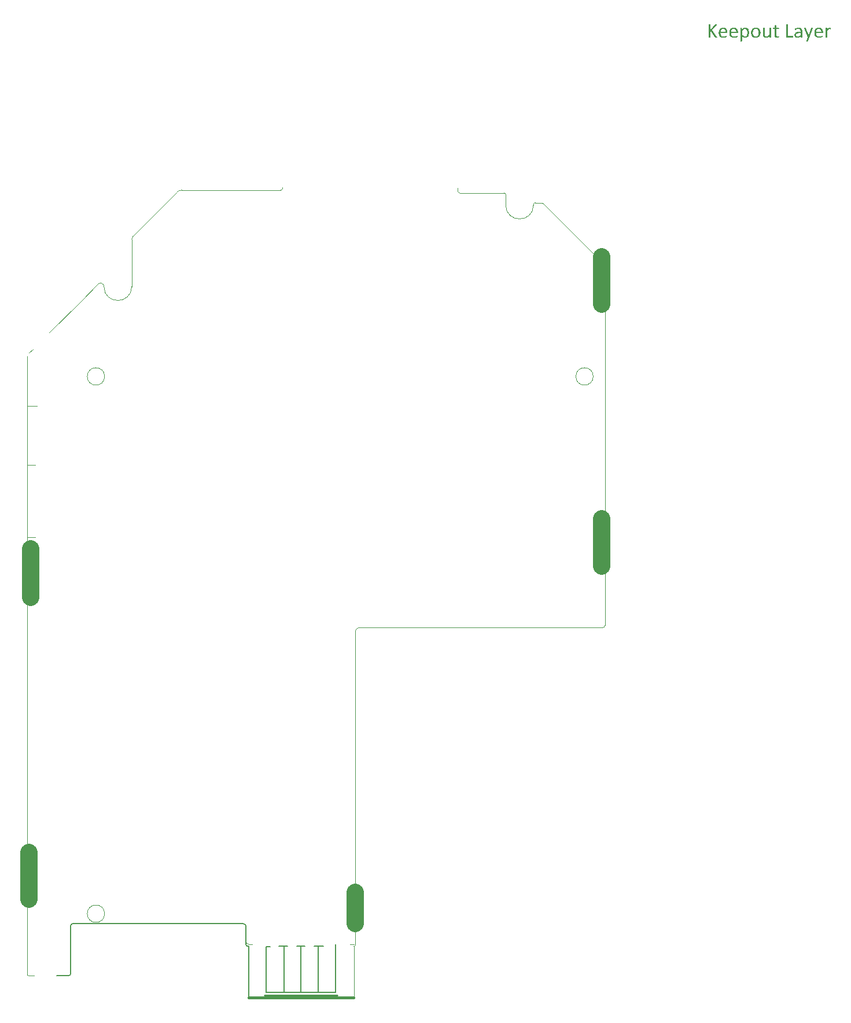
<source format=gko>
%FSLAX23Y23*%
%MOIN*%
G70*
G01*
G75*
G04 Layer_Color=16711935*
%ADD10C,0.008*%
%ADD11R,0.043X0.045*%
%ADD12R,0.045X0.043*%
%ADD13R,0.020X0.020*%
%ADD14R,0.060X0.124*%
%ADD15R,0.055X0.138*%
%ADD16R,0.069X0.043*%
%ADD17R,0.020X0.049*%
%ADD18R,0.059X0.057*%
%ADD19R,0.014X0.035*%
%ADD20R,0.051X0.108*%
%ADD21R,0.040X0.040*%
%ADD22R,0.050X0.040*%
%ADD23O,0.024X0.073*%
%ADD24R,0.124X0.060*%
%ADD25R,0.057X0.016*%
%ADD26R,0.066X0.124*%
%ADD27R,0.071X0.071*%
%ADD28O,0.010X0.031*%
%ADD29O,0.031X0.010*%
%ADD30R,0.028X0.035*%
%ADD31O,0.028X0.010*%
%ADD32R,0.024X0.024*%
%ADD33R,0.059X0.169*%
%ADD34R,0.043X0.069*%
%ADD35R,0.055X0.035*%
%ADD36R,0.055X0.087*%
%ADD37R,0.016X0.024*%
%ADD38R,0.033X0.051*%
%ADD39R,0.057X0.059*%
G04:AMPARAMS|DCode=40|XSize=65mil|YSize=220mil|CornerRadius=16mil|HoleSize=0mil|Usage=FLASHONLY|Rotation=180.000|XOffset=0mil|YOffset=0mil|HoleType=Round|Shape=RoundedRectangle|*
%AMROUNDEDRECTD40*
21,1,0.065,0.188,0,0,180.0*
21,1,0.033,0.220,0,0,180.0*
1,1,0.033,-0.016,0.094*
1,1,0.033,0.016,0.094*
1,1,0.033,0.016,-0.094*
1,1,0.033,-0.016,-0.094*
%
%ADD40ROUNDEDRECTD40*%
G04:AMPARAMS|DCode=41|XSize=65mil|YSize=200mil|CornerRadius=16mil|HoleSize=0mil|Usage=FLASHONLY|Rotation=180.000|XOffset=0mil|YOffset=0mil|HoleType=Round|Shape=RoundedRectangle|*
%AMROUNDEDRECTD41*
21,1,0.065,0.168,0,0,180.0*
21,1,0.033,0.200,0,0,180.0*
1,1,0.033,-0.016,0.084*
1,1,0.033,0.016,0.084*
1,1,0.033,0.016,-0.084*
1,1,0.033,-0.016,-0.084*
%
%ADD41ROUNDEDRECTD41*%
%ADD42R,0.014X0.067*%
%ADD43R,0.051X0.033*%
%ADD44R,0.037X0.039*%
%ADD45R,0.024X0.045*%
%ADD46C,0.012*%
%ADD47C,0.010*%
%ADD48C,0.025*%
%ADD49C,0.015*%
%ADD50C,0.020*%
%ADD51C,0.050*%
%ADD52C,0.030*%
%ADD53C,0.040*%
%ADD54R,0.050X0.050*%
%ADD55C,0.050*%
%ADD56O,0.075X0.150*%
%ADD57R,0.059X0.059*%
%ADD58C,0.059*%
%ADD59C,0.090*%
%ADD60C,0.060*%
%ADD61R,0.060X0.060*%
%ADD62C,0.052*%
G04:AMPARAMS|DCode=63|XSize=354mil|YSize=79mil|CornerRadius=20mil|HoleSize=0mil|Usage=FLASHONLY|Rotation=270.000|XOffset=0mil|YOffset=0mil|HoleType=Round|Shape=RoundedRectangle|*
%AMROUNDEDRECTD63*
21,1,0.354,0.039,0,0,270.0*
21,1,0.315,0.079,0,0,270.0*
1,1,0.039,-0.020,-0.157*
1,1,0.039,-0.020,0.157*
1,1,0.039,0.020,0.157*
1,1,0.039,0.020,-0.157*
%
%ADD63ROUNDEDRECTD63*%
G04:AMPARAMS|DCode=64|XSize=394mil|YSize=79mil|CornerRadius=20mil|HoleSize=0mil|Usage=FLASHONLY|Rotation=270.000|XOffset=0mil|YOffset=0mil|HoleType=Round|Shape=RoundedRectangle|*
%AMROUNDEDRECTD64*
21,1,0.394,0.039,0,0,270.0*
21,1,0.354,0.079,0,0,270.0*
1,1,0.039,-0.020,-0.177*
1,1,0.039,-0.020,0.177*
1,1,0.039,0.020,0.177*
1,1,0.039,0.020,-0.177*
%
%ADD64ROUNDEDRECTD64*%
%ADD65O,0.276X0.079*%
%ADD66C,0.125*%
%ADD67O,0.173X0.059*%
%ADD68O,0.070X0.125*%
%ADD69R,0.079X0.335*%
%ADD70C,0.157*%
%ADD71C,0.030*%
%ADD72C,0.028*%
%ADD73C,0.040*%
%ADD74C,0.024*%
%ADD75C,0.080*%
%ADD76C,0.100*%
%ADD77C,0.060*%
G04:AMPARAMS|DCode=78|XSize=90mil|YSize=90mil|CornerRadius=0mil|HoleSize=0mil|Usage=FLASHONLY|Rotation=0.000|XOffset=0mil|YOffset=0mil|HoleType=Round|Shape=Relief|Width=20mil|Gap=10mil|Entries=4|*
%AMTHD78*
7,0,0,0.090,0.070,0.020,45*
%
%ADD78THD78*%
%ADD79C,0.070*%
%ADD80O,0.115X0.190*%
G04:AMPARAMS|DCode=81|XSize=95.433mil|YSize=95.433mil|CornerRadius=0mil|HoleSize=0mil|Usage=FLASHONLY|Rotation=0.000|XOffset=0mil|YOffset=0mil|HoleType=Round|Shape=Relief|Width=20mil|Gap=10mil|Entries=4|*
%AMTHD81*
7,0,0,0.095,0.075,0.020,45*
%
%ADD81THD81*%
%ADD82C,0.075*%
G04:AMPARAMS|DCode=83|XSize=117mil|YSize=117mil|CornerRadius=0mil|HoleSize=0mil|Usage=FLASHONLY|Rotation=0.000|XOffset=0mil|YOffset=0mil|HoleType=Round|Shape=Relief|Width=20mil|Gap=10mil|Entries=4|*
%AMTHD83*
7,0,0,0.117,0.097,0.020,45*
%
%ADD83THD83*%
%ADD84C,0.097*%
G04:AMPARAMS|DCode=85|XSize=102.126mil|YSize=102.126mil|CornerRadius=0mil|HoleSize=0mil|Usage=FLASHONLY|Rotation=0.000|XOffset=0mil|YOffset=0mil|HoleType=Round|Shape=Relief|Width=20mil|Gap=10mil|Entries=4|*
%AMTHD85*
7,0,0,0.102,0.082,0.020,45*
%
%ADD85THD85*%
%ADD86C,0.082*%
%ADD87C,0.092*%
%AMTHOVALD88*
21,1,0.267,0.088,0,0,270.0*
1,1,0.088,0.000,0.134*
1,1,0.088,0.000,-0.134*
21,0,0.267,0.068,0,0,270.0*
1,0,0.068,0.000,0.134*
1,0,0.068,0.000,-0.134*
4,0,4,-0.007,0.127,-0.038,0.158,-0.024,0.172,0.007,0.141,-0.007,0.127,0.0*
4,0,4,-0.007,-0.141,0.024,-0.172,0.038,-0.158,0.007,-0.127,-0.007,-0.141,0.0*
4,0,4,-0.007,0.141,0.024,0.172,0.038,0.158,0.007,0.127,-0.007,0.141,0.0*
4,0,4,-0.007,-0.127,-0.038,-0.158,-0.024,-0.172,0.007,-0.141,-0.007,-0.127,0.0*
%
%ADD88THOVALD88*%

%ADD89O,0.068X0.335*%
%ADD90O,0.316X0.119*%
G04:AMPARAMS|DCode=91|XSize=88mil|YSize=88mil|CornerRadius=0mil|HoleSize=0mil|Usage=FLASHONLY|Rotation=0.000|XOffset=0mil|YOffset=0mil|HoleType=Round|Shape=Relief|Width=20mil|Gap=10mil|Entries=4|*
%AMTHD91*
7,0,0,0.088,0.068,0.020,45*
%
%ADD91THD91*%
%ADD92C,0.112*%
%ADD93O,0.215X0.110*%
%ADD94O,0.068X0.112*%
%ADD95O,0.068X0.365*%
G04:AMPARAMS|DCode=96|XSize=132mil|YSize=132mil|CornerRadius=0mil|HoleSize=0mil|Usage=FLASHONLY|Rotation=0.000|XOffset=0mil|YOffset=0mil|HoleType=Round|Shape=Relief|Width=20mil|Gap=10mil|Entries=4|*
%AMTHD96*
7,0,0,0.132,0.112,0.020,45*
%
%ADD96THD96*%
%AMTHOVALD97*
21,1,0.044,0.088,0,0,270.0*
1,1,0.088,0.000,0.022*
1,1,0.088,0.000,-0.022*
21,0,0.044,0.068,0,0,270.0*
1,0,0.068,0.000,0.022*
1,0,0.068,0.000,-0.022*
4,0,4,-0.007,0.015,-0.038,0.046,-0.024,0.060,0.007,0.029,-0.007,0.015,0.0*
4,0,4,-0.007,-0.029,0.024,-0.060,0.038,-0.046,0.007,-0.015,-0.007,-0.029,0.0*
4,0,4,-0.007,0.029,0.024,0.060,0.038,0.046,0.007,0.015,-0.007,0.029,0.0*
4,0,4,-0.007,-0.015,-0.038,-0.046,-0.024,-0.060,0.007,-0.029,-0.007,-0.015,0.0*
%
%ADD97THOVALD97*%

%AMTHOVALD98*
21,1,0.297,0.088,0,0,270.0*
1,1,0.088,0.000,0.148*
1,1,0.088,0.000,-0.148*
21,0,0.297,0.068,0,0,270.0*
1,0,0.068,0.000,0.148*
1,0,0.068,0.000,-0.148*
4,0,4,-0.007,0.141,-0.038,0.172,-0.024,0.187,0.007,0.155,-0.007,0.141,0.0*
4,0,4,-0.007,-0.155,0.024,-0.187,0.038,-0.172,0.007,-0.141,-0.007,-0.155,0.0*
4,0,4,-0.007,0.155,0.024,0.187,0.038,0.172,0.007,0.141,-0.007,0.155,0.0*
4,0,4,-0.007,-0.141,-0.038,-0.172,-0.024,-0.187,0.007,-0.155,-0.007,-0.141,0.0*
%
%ADD98THOVALD98*%

G04:AMPARAMS|DCode=99|XSize=210mil|YSize=210mil|CornerRadius=0mil|HoleSize=0mil|Usage=FLASHONLY|Rotation=0.000|XOffset=0mil|YOffset=0mil|HoleType=Round|Shape=Relief|Width=20mil|Gap=10mil|Entries=4|*
%AMTHD99*
7,0,0,0.210,0.190,0.020,45*
%
%ADD99THD99*%
%ADD100C,0.052*%
G04:AMPARAMS|DCode=101|XSize=72mil|YSize=72mil|CornerRadius=0mil|HoleSize=0mil|Usage=FLASHONLY|Rotation=0.000|XOffset=0mil|YOffset=0mil|HoleType=Round|Shape=Relief|Width=20mil|Gap=10mil|Entries=4|*
%AMTHD101*
7,0,0,0.072,0.052,0.020,45*
%
%ADD101THD101*%
%ADD102C,0.051*%
G04:AMPARAMS|DCode=103|XSize=71mil|YSize=71mil|CornerRadius=0mil|HoleSize=0mil|Usage=FLASHONLY|Rotation=0.000|XOffset=0mil|YOffset=0mil|HoleType=Round|Shape=Relief|Width=20mil|Gap=10mil|Entries=4|*
%AMTHD103*
7,0,0,0.071,0.051,0.020,45*
%
%ADD103THD103*%
%ADD104C,0.068*%
G04:AMPARAMS|DCode=105|XSize=80mil|YSize=80mil|CornerRadius=0mil|HoleSize=0mil|Usage=FLASHONLY|Rotation=0.000|XOffset=0mil|YOffset=0mil|HoleType=Round|Shape=Relief|Width=20mil|Gap=10mil|Entries=4|*
%AMTHD105*
7,0,0,0.080,0.060,0.020,45*
%
%ADD105THD105*%
G04:AMPARAMS|DCode=106|XSize=84mil|YSize=84mil|CornerRadius=0mil|HoleSize=0mil|Usage=FLASHONLY|Rotation=0.000|XOffset=0mil|YOffset=0mil|HoleType=Round|Shape=Relief|Width=20mil|Gap=10mil|Entries=4|*
%AMTHD106*
7,0,0,0.084,0.064,0.020,45*
%
%ADD106THD106*%
%AMTHOVALD107*
21,1,0.044,0.088,0,0,450.0*
1,1,0.088,0.000,-0.022*
1,1,0.088,0.000,0.022*
21,0,0.044,0.068,0,0,450.0*
1,0,0.068,0.000,-0.022*
1,0,0.068,0.000,0.022*
4,0,4,0.007,-0.015,0.038,-0.046,0.024,-0.060,-0.007,-0.029,0.007,-0.015,0.0*
4,0,4,0.007,0.029,-0.024,0.060,-0.038,0.046,-0.007,0.015,0.007,0.029,0.0*
4,0,4,0.007,-0.029,-0.024,-0.060,-0.038,-0.046,-0.007,-0.015,0.007,-0.029,0.0*
4,0,4,0.007,0.015,0.038,0.046,0.024,0.060,-0.007,0.029,0.007,0.015,0.0*
%
%ADD107THOVALD107*%

%ADD108C,0.190*%
%ADD109C,0.064*%
%ADD110R,0.092X0.051*%
%ADD111R,0.024X0.016*%
%ADD112R,0.035X0.014*%
%ADD113C,0.010*%
%ADD114C,0.024*%
%ADD115C,0.005*%
%ADD116C,0.004*%
%ADD117C,0.007*%
%ADD118C,0.008*%
%ADD119C,0.004*%
%ADD120C,0.001*%
%ADD121C,0.002*%
%ADD122R,0.051X0.053*%
%ADD123R,0.053X0.051*%
%ADD124R,0.068X0.132*%
%ADD125R,0.063X0.146*%
%ADD126R,0.077X0.051*%
%ADD127R,0.028X0.057*%
%ADD128R,0.067X0.065*%
%ADD129R,0.022X0.043*%
%ADD130R,0.059X0.116*%
%ADD131R,0.048X0.048*%
%ADD132R,0.058X0.048*%
%ADD133O,0.032X0.081*%
%ADD134R,0.132X0.068*%
%ADD135R,0.065X0.024*%
%ADD136R,0.074X0.132*%
%ADD137R,0.079X0.079*%
%ADD138O,0.018X0.039*%
%ADD139O,0.039X0.018*%
%ADD140R,0.036X0.043*%
%ADD141O,0.036X0.018*%
%ADD142R,0.032X0.032*%
%ADD143R,0.067X0.177*%
%ADD144R,0.051X0.077*%
%ADD145R,0.063X0.043*%
%ADD146R,0.063X0.095*%
%ADD147R,0.024X0.032*%
%ADD148R,0.041X0.059*%
%ADD149R,0.065X0.067*%
G04:AMPARAMS|DCode=150|XSize=73mil|YSize=228mil|CornerRadius=20mil|HoleSize=0mil|Usage=FLASHONLY|Rotation=180.000|XOffset=0mil|YOffset=0mil|HoleType=Round|Shape=RoundedRectangle|*
%AMROUNDEDRECTD150*
21,1,0.073,0.188,0,0,180.0*
21,1,0.033,0.228,0,0,180.0*
1,1,0.041,-0.016,0.094*
1,1,0.041,0.016,0.094*
1,1,0.041,0.016,-0.094*
1,1,0.041,-0.016,-0.094*
%
%ADD150ROUNDEDRECTD150*%
G04:AMPARAMS|DCode=151|XSize=73mil|YSize=208mil|CornerRadius=20mil|HoleSize=0mil|Usage=FLASHONLY|Rotation=180.000|XOffset=0mil|YOffset=0mil|HoleType=Round|Shape=RoundedRectangle|*
%AMROUNDEDRECTD151*
21,1,0.073,0.168,0,0,180.0*
21,1,0.033,0.208,0,0,180.0*
1,1,0.041,-0.016,0.084*
1,1,0.041,0.016,0.084*
1,1,0.041,0.016,-0.084*
1,1,0.041,-0.016,-0.084*
%
%ADD151ROUNDEDRECTD151*%
%ADD152R,0.022X0.075*%
%ADD153R,0.059X0.041*%
%ADD154R,0.045X0.047*%
%ADD155R,0.032X0.053*%
%ADD156R,0.058X0.058*%
%ADD157C,0.058*%
%ADD158O,0.083X0.158*%
%ADD159R,0.067X0.067*%
%ADD160C,0.067*%
%ADD161C,0.098*%
%ADD162R,0.068X0.068*%
%ADD163C,0.060*%
G04:AMPARAMS|DCode=164|XSize=362mil|YSize=87mil|CornerRadius=24mil|HoleSize=0mil|Usage=FLASHONLY|Rotation=270.000|XOffset=0mil|YOffset=0mil|HoleType=Round|Shape=RoundedRectangle|*
%AMROUNDEDRECTD164*
21,1,0.362,0.039,0,0,270.0*
21,1,0.315,0.087,0,0,270.0*
1,1,0.047,-0.020,-0.157*
1,1,0.047,-0.020,0.157*
1,1,0.047,0.020,0.157*
1,1,0.047,0.020,-0.157*
%
%ADD164ROUNDEDRECTD164*%
G04:AMPARAMS|DCode=165|XSize=402mil|YSize=87mil|CornerRadius=24mil|HoleSize=0mil|Usage=FLASHONLY|Rotation=270.000|XOffset=0mil|YOffset=0mil|HoleType=Round|Shape=RoundedRectangle|*
%AMROUNDEDRECTD165*
21,1,0.402,0.039,0,0,270.0*
21,1,0.354,0.087,0,0,270.0*
1,1,0.047,-0.020,-0.177*
1,1,0.047,-0.020,0.177*
1,1,0.047,0.020,0.177*
1,1,0.047,0.020,-0.177*
%
%ADD165ROUNDEDRECTD165*%
%ADD166C,0.103*%
%ADD167O,0.284X0.087*%
%ADD168C,0.133*%
%ADD169O,0.181X0.067*%
%ADD170O,0.078X0.133*%
%ADD171R,0.087X0.343*%
%ADD172C,0.165*%
%ADD173C,0.036*%
%ADD174R,0.100X0.059*%
%ADD175R,0.032X0.024*%
%ADD176R,0.043X0.022*%
%ADD177C,0.006*%
%ADD178C,0.004*%
G36*
X4593Y5483D02*
X4595Y5483D01*
X4596Y5483D01*
X4598Y5482D01*
X4600Y5482D01*
X4602Y5481D01*
X4602Y5481D01*
X4603Y5481D01*
X4603Y5480D01*
X4604Y5480D01*
X4606Y5479D01*
X4607Y5478D01*
X4608Y5477D01*
X4609Y5476D01*
X4609Y5475D01*
X4610Y5475D01*
X4610Y5474D01*
X4611Y5473D01*
X4612Y5472D01*
X4612Y5471D01*
X4613Y5469D01*
X4613Y5467D01*
Y5467D01*
X4614Y5467D01*
X4614Y5466D01*
X4614Y5465D01*
X4614Y5463D01*
X4615Y5461D01*
X4615Y5460D01*
Y5458D01*
Y5456D01*
Y5456D01*
Y5455D01*
X4615Y5455D01*
X4614Y5453D01*
X4614Y5452D01*
X4613Y5452D01*
X4613Y5452D01*
X4612Y5452D01*
X4611Y5452D01*
X4575D01*
Y5451D01*
Y5451D01*
Y5450D01*
X4576Y5449D01*
Y5447D01*
X4576Y5446D01*
X4576Y5443D01*
Y5443D01*
X4576Y5443D01*
X4577Y5442D01*
X4577Y5441D01*
X4578Y5439D01*
X4579Y5437D01*
X4579Y5437D01*
X4580Y5437D01*
X4580Y5436D01*
X4581Y5436D01*
X4582Y5435D01*
X4583Y5434D01*
X4585Y5433D01*
X4585D01*
X4585Y5433D01*
X4586Y5433D01*
X4587Y5433D01*
X4588Y5432D01*
X4590Y5432D01*
X4591Y5432D01*
X4594D01*
X4595Y5432D01*
X4598Y5432D01*
X4600Y5432D01*
X4600D01*
X4600Y5433D01*
X4601Y5433D01*
X4602Y5433D01*
X4603Y5433D01*
X4605Y5434D01*
X4605D01*
X4606Y5434D01*
X4606Y5434D01*
X4608Y5435D01*
X4609Y5435D01*
X4609D01*
X4609Y5435D01*
X4610Y5436D01*
X4610Y5436D01*
X4611Y5436D01*
X4611D01*
X4612Y5436D01*
X4612D01*
X4612Y5436D01*
X4612Y5435D01*
Y5435D01*
X4612Y5435D01*
X4612Y5434D01*
Y5434D01*
X4613Y5433D01*
Y5433D01*
Y5432D01*
Y5432D01*
Y5432D01*
X4612Y5431D01*
Y5431D01*
Y5430D01*
X4612Y5430D01*
X4612Y5429D01*
X4612Y5429D01*
X4612Y5429D01*
X4612Y5428D01*
X4611Y5428D01*
X4611Y5428D01*
X4610Y5427D01*
X4609D01*
X4609Y5427D01*
X4609Y5427D01*
X4608Y5427D01*
X4607Y5426D01*
X4605Y5426D01*
X4605D01*
X4605Y5426D01*
X4604Y5425D01*
X4604Y5425D01*
X4603Y5425D01*
X4602Y5425D01*
X4599Y5424D01*
X4599D01*
X4599Y5424D01*
X4598D01*
X4597Y5424D01*
X4596Y5424D01*
X4595D01*
X4592Y5424D01*
X4591D01*
X4590Y5424D01*
X4588Y5424D01*
X4586Y5424D01*
X4584Y5425D01*
X4582Y5425D01*
X4580Y5426D01*
X4580Y5426D01*
X4580Y5426D01*
X4579Y5427D01*
X4578Y5427D01*
X4576Y5428D01*
X4575Y5429D01*
X4573Y5430D01*
X4572Y5431D01*
X4572Y5431D01*
X4571Y5432D01*
X4571Y5433D01*
X4570Y5434D01*
X4569Y5435D01*
X4568Y5437D01*
X4568Y5438D01*
X4567Y5440D01*
Y5441D01*
X4567Y5441D01*
X4566Y5442D01*
X4566Y5444D01*
X4566Y5446D01*
X4565Y5448D01*
X4565Y5451D01*
X4565Y5453D01*
Y5453D01*
Y5453D01*
Y5454D01*
X4565Y5456D01*
X4565Y5457D01*
X4566Y5459D01*
X4566Y5461D01*
X4566Y5464D01*
X4567Y5466D01*
X4567Y5466D01*
X4567Y5467D01*
X4568Y5468D01*
X4568Y5469D01*
X4569Y5470D01*
X4570Y5472D01*
X4571Y5474D01*
X4572Y5475D01*
X4572Y5475D01*
X4573Y5476D01*
X4573Y5476D01*
X4574Y5477D01*
X4575Y5478D01*
X4577Y5479D01*
X4578Y5480D01*
X4580Y5481D01*
X4580Y5481D01*
X4581Y5481D01*
X4582Y5482D01*
X4583Y5482D01*
X4585Y5482D01*
X4587Y5483D01*
X4589Y5483D01*
X4591Y5483D01*
X4592D01*
X4593Y5483D01*
D02*
G37*
G36*
X4313Y5482D02*
X4313D01*
X4313Y5482D01*
X4314Y5482D01*
X4314Y5482D01*
X4314D01*
X4315Y5482D01*
X4315Y5481D01*
X4315Y5481D01*
X4315Y5480D01*
Y5426D01*
Y5426D01*
Y5426D01*
X4315Y5426D01*
X4315Y5425D01*
X4314Y5425D01*
X4314D01*
X4314Y5425D01*
X4314D01*
X4313Y5425D01*
X4312D01*
X4312Y5425D01*
X4309D01*
X4309Y5425D01*
X4308D01*
X4308Y5425D01*
X4307Y5425D01*
X4307Y5425D01*
X4306Y5426D01*
Y5426D01*
X4306Y5426D01*
Y5433D01*
X4306Y5433D01*
X4305Y5433D01*
X4305Y5432D01*
X4304Y5431D01*
X4302Y5429D01*
X4301Y5428D01*
X4299Y5427D01*
X4297Y5426D01*
X4297Y5426D01*
X4297Y5426D01*
X4296Y5425D01*
X4295Y5425D01*
X4293Y5425D01*
X4292Y5424D01*
X4290Y5424D01*
X4288Y5424D01*
X4287D01*
X4286Y5424D01*
X4285Y5424D01*
X4284Y5424D01*
X4282Y5425D01*
X4281Y5425D01*
X4279Y5426D01*
X4279Y5426D01*
X4279Y5426D01*
X4278Y5426D01*
X4277Y5427D01*
X4276Y5427D01*
X4275Y5428D01*
X4273Y5430D01*
X4273Y5431D01*
X4273Y5431D01*
X4272Y5432D01*
X4272Y5432D01*
X4271Y5434D01*
X4271Y5435D01*
X4270Y5438D01*
Y5438D01*
X4270Y5438D01*
X4270Y5439D01*
X4270Y5440D01*
X4269Y5442D01*
X4269Y5444D01*
X4269Y5446D01*
Y5448D01*
Y5480D01*
Y5481D01*
Y5481D01*
X4269Y5481D01*
X4269Y5481D01*
X4270Y5482D01*
X4270D01*
X4270Y5482D01*
X4271Y5482D01*
X4271Y5482D01*
X4272D01*
X4272Y5482D01*
X4275D01*
X4276Y5482D01*
X4276D01*
X4277Y5482D01*
X4277Y5482D01*
X4278Y5482D01*
X4278D01*
X4278Y5482D01*
X4279Y5481D01*
X4279Y5481D01*
X4279Y5480D01*
Y5449D01*
Y5449D01*
Y5448D01*
Y5447D01*
X4279Y5446D01*
X4279Y5444D01*
X4279Y5442D01*
X4280Y5441D01*
Y5441D01*
X4280Y5441D01*
X4280Y5440D01*
X4280Y5440D01*
X4281Y5438D01*
X4282Y5436D01*
X4282Y5436D01*
X4282Y5436D01*
X4283Y5435D01*
X4284Y5434D01*
X4285Y5433D01*
X4285D01*
X4286Y5433D01*
X4286Y5433D01*
X4287Y5433D01*
X4288Y5432D01*
X4290Y5432D01*
X4291D01*
X4292Y5432D01*
X4293Y5433D01*
X4294Y5433D01*
X4295Y5433D01*
X4296Y5434D01*
X4298Y5435D01*
X4298Y5435D01*
X4298Y5435D01*
X4299Y5436D01*
X4300Y5437D01*
X4301Y5438D01*
X4302Y5439D01*
X4304Y5441D01*
X4305Y5443D01*
Y5480D01*
Y5481D01*
Y5481D01*
X4306Y5481D01*
X4306Y5481D01*
X4306Y5482D01*
X4307D01*
X4307Y5482D01*
X4307Y5482D01*
X4308Y5482D01*
X4308D01*
X4309Y5482D01*
X4312D01*
X4313Y5482D01*
D02*
G37*
G36*
X4554D02*
X4555Y5482D01*
X4555D01*
X4556Y5482D01*
X4556Y5482D01*
X4557Y5481D01*
X4557Y5481D01*
X4557Y5481D01*
X4557Y5481D01*
X4557Y5480D01*
Y5480D01*
Y5480D01*
X4557Y5479D01*
X4557Y5479D01*
X4538Y5425D01*
X4530Y5405D01*
X4530Y5405D01*
X4530Y5405D01*
X4529Y5404D01*
X4529Y5404D01*
X4528Y5404D01*
X4527Y5403D01*
X4527Y5403D01*
X4526D01*
X4525Y5403D01*
X4523D01*
X4522Y5403D01*
X4522Y5403D01*
X4521D01*
X4521Y5404D01*
X4520Y5404D01*
X4520D01*
X4520Y5404D01*
X4520Y5404D01*
X4519Y5405D01*
Y5405D01*
Y5405D01*
X4520Y5406D01*
X4520Y5406D01*
X4527Y5425D01*
X4527Y5425D01*
X4527Y5425D01*
X4526Y5426D01*
Y5426D01*
X4526Y5426D01*
X4526Y5427D01*
X4506Y5478D01*
X4506Y5479D01*
X4506Y5479D01*
X4506Y5480D01*
X4506Y5480D01*
Y5481D01*
Y5481D01*
X4506Y5481D01*
X4506Y5481D01*
X4506Y5482D01*
X4507Y5482D01*
X4507Y5482D01*
X4508Y5482D01*
X4508D01*
X4509Y5482D01*
X4510Y5482D01*
X4513D01*
X4514Y5482D01*
X4514D01*
X4514Y5482D01*
X4515Y5482D01*
X4515Y5482D01*
X4515D01*
X4516Y5482D01*
X4516Y5481D01*
X4516Y5481D01*
Y5481D01*
X4516Y5481D01*
X4517Y5480D01*
X4532Y5437D01*
X4532D01*
X4547Y5480D01*
Y5480D01*
X4547Y5481D01*
X4548Y5481D01*
X4548Y5482D01*
X4548D01*
X4548Y5482D01*
X4549Y5482D01*
X4549Y5482D01*
X4550D01*
X4550Y5482D01*
X4551Y5482D01*
X4554D01*
X4554Y5482D01*
D02*
G37*
G36*
X4410Y5503D02*
X4411Y5503D01*
X4411D01*
X4412Y5503D01*
X4412Y5502D01*
X4413Y5502D01*
X4413D01*
X4413Y5502D01*
X4413Y5502D01*
X4414Y5502D01*
X4414Y5502D01*
X4414Y5501D01*
Y5434D01*
X4442D01*
X4443Y5434D01*
X4443D01*
X4443Y5433D01*
X4443Y5433D01*
Y5433D01*
X4444Y5432D01*
X4444Y5432D01*
X4444Y5431D01*
Y5431D01*
X4444Y5431D01*
Y5430D01*
Y5429D01*
Y5429D01*
Y5429D01*
Y5428D01*
X4444Y5427D01*
Y5427D01*
X4444Y5427D01*
X4443Y5426D01*
Y5426D01*
X4443Y5426D01*
X4443Y5425D01*
X4442D01*
X4442Y5425D01*
X4407D01*
X4407Y5425D01*
X4406Y5425D01*
X4405Y5426D01*
X4405Y5426D01*
X4404Y5427D01*
X4404Y5428D01*
X4404Y5429D01*
Y5501D01*
Y5501D01*
Y5501D01*
X4404Y5502D01*
Y5502D01*
X4404Y5502D01*
X4405Y5502D01*
X4405D01*
X4405Y5502D01*
X4406Y5503D01*
X4406Y5503D01*
X4407D01*
X4407Y5503D01*
X4408Y5503D01*
X4410D01*
X4410Y5503D01*
D02*
G37*
G36*
X4477Y5483D02*
X4479Y5483D01*
X4480Y5483D01*
X4482Y5482D01*
X4483Y5482D01*
X4484D01*
X4484Y5481D01*
X4485Y5481D01*
X4486Y5481D01*
X4488Y5480D01*
X4489Y5479D01*
X4490Y5478D01*
X4490Y5478D01*
X4490Y5477D01*
X4491Y5477D01*
X4491Y5476D01*
X4492Y5475D01*
X4493Y5474D01*
X4493Y5473D01*
X4494Y5471D01*
Y5471D01*
X4494Y5471D01*
X4494Y5470D01*
X4494Y5469D01*
X4495Y5468D01*
X4495Y5466D01*
X4495Y5465D01*
Y5463D01*
Y5426D01*
Y5426D01*
Y5426D01*
X4495Y5426D01*
X4494Y5425D01*
X4494D01*
X4494Y5425D01*
X4494Y5425D01*
X4493Y5425D01*
X4493D01*
X4492Y5425D01*
X4492Y5425D01*
X4490D01*
X4489Y5425D01*
X4488Y5425D01*
X4488D01*
X4488Y5425D01*
X4487Y5425D01*
X4487Y5425D01*
X4487Y5426D01*
X4486Y5426D01*
X4486Y5426D01*
Y5432D01*
X4486Y5432D01*
X4486Y5431D01*
X4485Y5430D01*
X4484Y5430D01*
X4483Y5429D01*
X4481Y5428D01*
X4480Y5427D01*
X4478Y5426D01*
X4478Y5426D01*
X4478Y5426D01*
X4477Y5425D01*
X4476Y5425D01*
X4474Y5424D01*
X4473Y5424D01*
X4471Y5424D01*
X4469Y5424D01*
X4468D01*
X4467Y5424D01*
X4466Y5424D01*
X4464Y5424D01*
X4461Y5425D01*
X4461D01*
X4461Y5425D01*
X4460Y5425D01*
X4460Y5426D01*
X4458Y5427D01*
X4456Y5428D01*
X4456Y5428D01*
X4455Y5428D01*
X4455Y5429D01*
X4454Y5430D01*
X4454Y5430D01*
X4453Y5431D01*
X4452Y5433D01*
Y5433D01*
X4452Y5434D01*
X4451Y5434D01*
X4451Y5435D01*
X4451Y5436D01*
X4451Y5437D01*
X4451Y5440D01*
Y5440D01*
Y5441D01*
X4451Y5442D01*
X4451Y5443D01*
X4451Y5444D01*
X4451Y5445D01*
X4452Y5447D01*
X4452Y5448D01*
X4453Y5448D01*
X4453Y5449D01*
X4453Y5449D01*
X4454Y5450D01*
X4455Y5451D01*
X4456Y5452D01*
X4456Y5453D01*
X4458Y5454D01*
X4458Y5454D01*
X4458Y5454D01*
X4459Y5455D01*
X4460Y5455D01*
X4461Y5456D01*
X4463Y5456D01*
X4464Y5457D01*
X4466Y5457D01*
X4466D01*
X4467Y5457D01*
X4468Y5457D01*
X4470Y5458D01*
X4471Y5458D01*
X4473Y5458D01*
X4475Y5458D01*
X4485D01*
Y5462D01*
Y5462D01*
Y5463D01*
Y5463D01*
X4485Y5464D01*
X4485Y5466D01*
X4484Y5468D01*
Y5468D01*
X4484Y5468D01*
X4484Y5469D01*
X4484Y5469D01*
X4483Y5471D01*
X4482Y5472D01*
Y5472D01*
X4482Y5472D01*
X4481Y5473D01*
X4480Y5474D01*
X4478Y5474D01*
X4478D01*
X4478Y5474D01*
X4477Y5475D01*
X4477Y5475D01*
X4476Y5475D01*
X4475Y5475D01*
X4473Y5475D01*
X4471D01*
X4471Y5475D01*
X4468Y5475D01*
X4466Y5474D01*
X4466D01*
X4466Y5474D01*
X4465Y5474D01*
X4464Y5474D01*
X4463Y5473D01*
X4461Y5472D01*
X4461D01*
X4461Y5472D01*
X4460Y5472D01*
X4460Y5472D01*
X4459Y5471D01*
X4457Y5470D01*
X4457Y5470D01*
X4456Y5470D01*
X4456Y5470D01*
X4455Y5470D01*
X4455D01*
X4454Y5470D01*
X4454Y5470D01*
X4454Y5470D01*
Y5471D01*
X4454Y5471D01*
X4453Y5472D01*
Y5472D01*
Y5472D01*
Y5473D01*
Y5473D01*
Y5473D01*
Y5474D01*
Y5474D01*
Y5475D01*
X4453Y5476D01*
Y5476D01*
X4454Y5476D01*
X4454Y5477D01*
X4454Y5477D01*
X4455Y5477D01*
X4455Y5478D01*
X4456Y5478D01*
X4457Y5479D01*
X4457D01*
X4458Y5479D01*
X4458Y5480D01*
X4459Y5480D01*
X4460Y5480D01*
X4462Y5481D01*
X4462D01*
X4462Y5481D01*
X4463Y5481D01*
X4463Y5482D01*
X4464Y5482D01*
X4465Y5482D01*
X4467Y5482D01*
X4468D01*
X4468Y5483D01*
X4469Y5483D01*
X4469Y5483D01*
X4470D01*
X4471Y5483D01*
X4474Y5483D01*
X4476D01*
X4477Y5483D01*
D02*
G37*
G36*
X4343Y5497D02*
X4344D01*
X4344Y5496D01*
X4344Y5496D01*
X4345Y5496D01*
X4345D01*
X4345Y5496D01*
X4346Y5496D01*
X4346Y5495D01*
X4346Y5495D01*
Y5482D01*
X4360D01*
X4361Y5482D01*
X4361D01*
X4361Y5482D01*
X4361Y5481D01*
Y5481D01*
X4361Y5481D01*
X4362Y5480D01*
X4362Y5480D01*
Y5480D01*
X4362Y5479D01*
Y5479D01*
Y5478D01*
Y5478D01*
Y5477D01*
Y5477D01*
X4362Y5476D01*
X4361Y5475D01*
X4361Y5475D01*
X4361Y5474D01*
X4360Y5474D01*
X4360Y5474D01*
X4346D01*
Y5444D01*
Y5443D01*
Y5443D01*
X4346Y5442D01*
Y5441D01*
X4347Y5438D01*
X4347Y5437D01*
X4348Y5435D01*
X4348Y5435D01*
X4348Y5435D01*
X4348Y5434D01*
X4349Y5434D01*
X4350Y5433D01*
X4351Y5433D01*
X4352Y5433D01*
X4353Y5432D01*
X4355D01*
X4356Y5433D01*
X4356D01*
X4357Y5433D01*
X4357Y5433D01*
X4358Y5433D01*
X4358Y5433D01*
X4358Y5433D01*
X4359Y5434D01*
X4359D01*
X4360Y5434D01*
X4360Y5434D01*
X4361D01*
X4361Y5434D01*
X4361Y5434D01*
X4361Y5433D01*
Y5433D01*
X4362Y5433D01*
X4362Y5432D01*
Y5432D01*
X4362Y5432D01*
Y5431D01*
Y5430D01*
Y5430D01*
Y5429D01*
X4362Y5429D01*
X4362Y5428D01*
Y5427D01*
X4361Y5427D01*
X4361Y5427D01*
X4361Y5426D01*
X4361D01*
X4360Y5426D01*
X4360Y5426D01*
X4359Y5425D01*
X4359D01*
X4359Y5425D01*
X4358Y5425D01*
X4357Y5425D01*
X4357D01*
X4356Y5425D01*
X4356Y5424D01*
X4355Y5424D01*
X4354D01*
X4354Y5424D01*
X4353Y5424D01*
X4350D01*
X4349Y5424D01*
X4348Y5424D01*
X4347Y5424D01*
X4345Y5425D01*
X4344D01*
X4344Y5425D01*
X4344Y5425D01*
X4343Y5426D01*
X4341Y5427D01*
X4340Y5428D01*
X4340Y5428D01*
X4339Y5429D01*
X4339Y5429D01*
X4339Y5430D01*
X4338Y5431D01*
X4338Y5432D01*
X4337Y5434D01*
Y5434D01*
X4337Y5435D01*
X4337Y5436D01*
X4337Y5437D01*
X4336Y5438D01*
X4336Y5439D01*
X4336Y5441D01*
Y5442D01*
Y5474D01*
X4328D01*
X4328Y5474D01*
X4327Y5474D01*
X4327Y5475D01*
Y5475D01*
X4327Y5476D01*
X4327Y5476D01*
X4327Y5478D01*
Y5478D01*
Y5479D01*
Y5479D01*
X4327Y5480D01*
Y5480D01*
X4327Y5480D01*
Y5481D01*
X4327Y5481D01*
Y5481D01*
X4327Y5481D01*
X4328Y5482D01*
X4328D01*
X4328Y5482D01*
X4329Y5482D01*
X4336D01*
Y5495D01*
Y5495D01*
Y5495D01*
X4336Y5496D01*
Y5496D01*
X4337Y5496D01*
X4337Y5496D01*
X4337D01*
X4338Y5496D01*
X4338Y5496D01*
X4339Y5497D01*
X4339D01*
X4339Y5497D01*
X4343D01*
X4343Y5497D01*
D02*
G37*
G36*
X4001Y5503D02*
X4001Y5503D01*
X4001D01*
X4002Y5503D01*
X4002Y5502D01*
X4003Y5502D01*
X4003D01*
X4003Y5502D01*
X4004Y5502D01*
X4004Y5502D01*
X4004Y5502D01*
X4004Y5501D01*
Y5501D01*
Y5501D01*
X4004Y5500D01*
X4004Y5499D01*
X4003Y5499D01*
X4003Y5499D01*
X4003Y5498D01*
X4002Y5497D01*
X3976Y5467D01*
X4004Y5430D01*
X4004Y5429D01*
X4005Y5429D01*
X4005Y5428D01*
X4005Y5427D01*
Y5427D01*
X4005Y5427D01*
X4006Y5427D01*
Y5426D01*
X4005Y5426D01*
X4005Y5425D01*
X4005Y5425D01*
X4004Y5425D01*
X4004D01*
X4004Y5425D01*
X4004D01*
X4003Y5425D01*
X4003D01*
X4002Y5425D01*
X4001Y5425D01*
X3999D01*
X3998Y5425D01*
X3997Y5425D01*
X3997D01*
X3996Y5425D01*
X3995Y5425D01*
X3995Y5425D01*
X3995Y5426D01*
X3994Y5426D01*
X3994Y5426D01*
X3965Y5465D01*
Y5426D01*
Y5426D01*
X3965Y5426D01*
X3965Y5425D01*
X3964Y5425D01*
X3964Y5425D01*
X3964D01*
X3964Y5425D01*
X3963D01*
X3962Y5425D01*
X3962D01*
X3962Y5425D01*
X3961Y5425D01*
X3959D01*
X3958Y5425D01*
X3958Y5425D01*
X3957D01*
X3957Y5425D01*
X3956Y5425D01*
X3956D01*
X3956Y5425D01*
X3955Y5426D01*
Y5426D01*
Y5426D01*
X3955Y5426D01*
Y5501D01*
Y5501D01*
Y5501D01*
X3955Y5502D01*
Y5502D01*
X3955Y5502D01*
X3956Y5502D01*
X3956D01*
X3956Y5502D01*
X3957Y5503D01*
X3958Y5503D01*
X3958D01*
X3958Y5503D01*
X3959Y5503D01*
X3961D01*
X3962Y5503D01*
X3962Y5503D01*
X3963D01*
X3963Y5503D01*
X3964Y5502D01*
X3964Y5502D01*
X3964D01*
X3964Y5502D01*
X3965Y5502D01*
X3965Y5502D01*
X3965Y5502D01*
X3965Y5501D01*
Y5467D01*
X3993Y5501D01*
X3993Y5501D01*
X3993Y5501D01*
X3993Y5502D01*
X3994Y5502D01*
X3994Y5502D01*
X3995Y5502D01*
X3995D01*
X3995Y5503D01*
X3996Y5503D01*
X3996Y5503D01*
X3997D01*
X3997Y5503D01*
X4000D01*
X4001Y5503D01*
D02*
G37*
G36*
X4655Y5483D02*
X4655D01*
X4656Y5483D01*
X4656Y5483D01*
X4657Y5483D01*
X4657D01*
X4658Y5482D01*
X4658Y5482D01*
X4659Y5482D01*
X4659D01*
X4660Y5482D01*
X4660Y5482D01*
X4660Y5481D01*
X4661D01*
X4661Y5481D01*
X4661Y5481D01*
X4661Y5481D01*
Y5480D01*
Y5480D01*
X4661Y5480D01*
Y5480D01*
Y5479D01*
Y5479D01*
X4661Y5478D01*
Y5478D01*
Y5477D01*
Y5477D01*
Y5476D01*
Y5475D01*
X4661Y5475D01*
Y5475D01*
Y5474D01*
X4661Y5473D01*
Y5473D01*
X4661Y5473D01*
X4661Y5472D01*
X4660Y5472D01*
X4660Y5472D01*
X4659D01*
X4659Y5472D01*
X4658D01*
X4658Y5473D01*
X4658Y5473D01*
X4657Y5473D01*
X4657D01*
X4656Y5473D01*
X4656Y5473D01*
X4655Y5474D01*
X4655D01*
X4654Y5474D01*
X4654Y5474D01*
X4652D01*
X4652Y5474D01*
X4651Y5474D01*
X4650Y5473D01*
X4650Y5473D01*
X4649Y5473D01*
X4648Y5472D01*
X4647Y5471D01*
X4647Y5471D01*
X4646Y5470D01*
X4645Y5469D01*
X4643Y5467D01*
X4643Y5467D01*
X4643Y5467D01*
X4643Y5467D01*
X4642Y5466D01*
X4642Y5465D01*
X4641Y5464D01*
X4640Y5462D01*
Y5426D01*
Y5426D01*
Y5426D01*
X4639Y5426D01*
X4639Y5425D01*
X4639Y5425D01*
X4638D01*
X4638Y5425D01*
X4638D01*
X4637Y5425D01*
X4637D01*
X4636Y5425D01*
X4633D01*
X4632Y5425D01*
X4632D01*
X4632Y5425D01*
X4631Y5425D01*
X4631D01*
X4631Y5425D01*
X4630Y5426D01*
Y5426D01*
X4630Y5426D01*
Y5480D01*
Y5481D01*
Y5481D01*
X4630Y5481D01*
X4630Y5481D01*
X4630Y5482D01*
X4631Y5482D01*
X4631D01*
X4631Y5482D01*
X4632Y5482D01*
X4632Y5482D01*
X4632D01*
X4633Y5482D01*
X4636D01*
X4636Y5482D01*
X4637D01*
X4637Y5482D01*
X4637Y5482D01*
X4638Y5482D01*
X4638D01*
X4638Y5482D01*
X4638Y5481D01*
X4638Y5481D01*
X4639Y5481D01*
X4639Y5480D01*
Y5472D01*
X4639Y5473D01*
X4639Y5473D01*
X4640Y5474D01*
X4640Y5474D01*
X4641Y5476D01*
X4643Y5478D01*
X4643Y5478D01*
X4643Y5478D01*
X4644Y5479D01*
X4645Y5480D01*
X4647Y5481D01*
X4647D01*
X4647Y5481D01*
X4648Y5482D01*
X4649Y5482D01*
X4650Y5483D01*
X4650D01*
X4650Y5483D01*
X4651Y5483D01*
X4652Y5483D01*
X4653Y5483D01*
X4655D01*
X4655Y5483D01*
D02*
G37*
G36*
X4170D02*
X4171Y5483D01*
X4173Y5483D01*
X4174Y5482D01*
X4176Y5482D01*
X4178Y5481D01*
X4178Y5481D01*
X4178Y5480D01*
X4179Y5480D01*
X4180Y5479D01*
X4181Y5478D01*
X4182Y5477D01*
X4183Y5476D01*
X4184Y5475D01*
X4185Y5474D01*
X4185Y5474D01*
X4185Y5473D01*
X4186Y5472D01*
X4187Y5471D01*
X4187Y5469D01*
X4188Y5467D01*
X4188Y5465D01*
Y5465D01*
X4188Y5464D01*
X4189Y5463D01*
X4189Y5462D01*
X4189Y5460D01*
X4189Y5458D01*
X4190Y5457D01*
Y5454D01*
Y5454D01*
Y5454D01*
Y5454D01*
Y5453D01*
X4189Y5452D01*
Y5450D01*
X4189Y5448D01*
X4189Y5446D01*
X4188Y5444D01*
X4188Y5442D01*
Y5441D01*
X4188Y5441D01*
X4187Y5440D01*
X4187Y5438D01*
X4186Y5437D01*
X4185Y5435D01*
X4184Y5433D01*
X4183Y5432D01*
X4183Y5432D01*
X4183Y5431D01*
X4182Y5431D01*
X4182Y5430D01*
X4180Y5429D01*
X4179Y5428D01*
X4178Y5427D01*
X4176Y5426D01*
X4176Y5426D01*
X4175Y5426D01*
X4174Y5425D01*
X4173Y5425D01*
X4172Y5425D01*
X4170Y5424D01*
X4168Y5424D01*
X4166Y5424D01*
X4165D01*
X4165Y5424D01*
X4163Y5424D01*
X4162Y5424D01*
X4161D01*
X4161Y5425D01*
X4160Y5425D01*
X4159Y5425D01*
X4158Y5426D01*
X4158D01*
X4157Y5426D01*
X4156Y5427D01*
X4155Y5427D01*
X4154Y5428D01*
X4154Y5428D01*
X4153Y5429D01*
X4153Y5429D01*
X4153Y5429D01*
X4151Y5431D01*
X4150Y5432D01*
Y5405D01*
Y5405D01*
X4149Y5404D01*
X4149Y5404D01*
X4149Y5404D01*
X4148D01*
X4148Y5404D01*
X4148Y5403D01*
X4147Y5403D01*
X4147D01*
X4146Y5403D01*
X4143D01*
X4142Y5403D01*
X4142D01*
X4142Y5403D01*
X4141Y5404D01*
X4141D01*
X4141Y5404D01*
X4140Y5404D01*
Y5405D01*
X4140Y5405D01*
Y5480D01*
Y5481D01*
Y5481D01*
X4140Y5481D01*
Y5481D01*
X4140Y5481D01*
X4140Y5482D01*
X4141Y5482D01*
X4141D01*
X4141Y5482D01*
X4142Y5482D01*
X4142Y5482D01*
X4142D01*
X4143Y5482D01*
X4146D01*
X4146Y5482D01*
X4146D01*
X4147Y5482D01*
X4148Y5482D01*
X4148D01*
X4148Y5482D01*
X4148Y5481D01*
X4148Y5481D01*
X4148Y5481D01*
X4148Y5480D01*
Y5473D01*
X4149Y5473D01*
X4149Y5474D01*
X4149Y5474D01*
X4150Y5475D01*
X4152Y5476D01*
X4153Y5477D01*
X4153Y5478D01*
X4154Y5478D01*
X4154Y5478D01*
X4155Y5479D01*
X4156Y5480D01*
X4158Y5481D01*
X4158D01*
X4158Y5481D01*
X4159Y5481D01*
X4159Y5481D01*
X4161Y5482D01*
X4163Y5482D01*
X4163D01*
X4163Y5483D01*
X4163Y5483D01*
X4164Y5483D01*
X4166Y5483D01*
X4168Y5483D01*
X4169D01*
X4170Y5483D01*
D02*
G37*
G36*
X4231D02*
X4232Y5483D01*
X4234Y5483D01*
X4236Y5482D01*
X4238Y5482D01*
X4240Y5481D01*
X4240Y5481D01*
X4241Y5481D01*
X4241Y5480D01*
X4243Y5480D01*
X4244Y5479D01*
X4245Y5478D01*
X4247Y5477D01*
X4248Y5475D01*
X4248Y5475D01*
X4249Y5475D01*
X4249Y5474D01*
X4250Y5473D01*
X4251Y5471D01*
X4251Y5470D01*
X4252Y5468D01*
X4253Y5466D01*
X4253Y5466D01*
X4253Y5465D01*
X4254Y5464D01*
X4254Y5463D01*
X4254Y5461D01*
X4254Y5459D01*
X4255Y5457D01*
Y5454D01*
Y5454D01*
Y5454D01*
Y5453D01*
X4255Y5452D01*
X4254Y5450D01*
X4254Y5448D01*
X4254Y5446D01*
X4253Y5444D01*
X4253Y5442D01*
X4253Y5442D01*
X4253Y5441D01*
X4252Y5440D01*
X4251Y5439D01*
X4251Y5437D01*
X4250Y5436D01*
X4249Y5434D01*
X4248Y5432D01*
X4247Y5432D01*
X4247Y5432D01*
X4246Y5431D01*
X4245Y5430D01*
X4244Y5429D01*
X4243Y5428D01*
X4241Y5427D01*
X4239Y5426D01*
X4239Y5426D01*
X4238Y5426D01*
X4237Y5425D01*
X4236Y5425D01*
X4234Y5425D01*
X4232Y5424D01*
X4230Y5424D01*
X4227Y5424D01*
X4226D01*
X4225Y5424D01*
X4223Y5424D01*
X4221Y5424D01*
X4219Y5425D01*
X4217Y5425D01*
X4215Y5426D01*
X4215Y5426D01*
X4215Y5426D01*
X4214Y5427D01*
X4212Y5427D01*
X4211Y5428D01*
X4210Y5429D01*
X4208Y5430D01*
X4207Y5432D01*
X4207Y5432D01*
X4207Y5432D01*
X4206Y5433D01*
X4205Y5434D01*
X4204Y5435D01*
X4204Y5437D01*
X4203Y5439D01*
X4202Y5441D01*
Y5441D01*
X4202Y5442D01*
X4202Y5443D01*
X4202Y5444D01*
X4201Y5446D01*
X4201Y5448D01*
X4201Y5450D01*
X4201Y5453D01*
Y5453D01*
Y5453D01*
Y5454D01*
X4201Y5455D01*
X4201Y5457D01*
X4201Y5459D01*
X4201Y5461D01*
X4202Y5463D01*
X4202Y5465D01*
X4202Y5465D01*
X4203Y5466D01*
X4203Y5467D01*
X4204Y5468D01*
X4204Y5470D01*
X4205Y5471D01*
X4206Y5473D01*
X4207Y5475D01*
X4208Y5475D01*
X4208Y5475D01*
X4209Y5476D01*
X4210Y5477D01*
X4211Y5478D01*
X4213Y5479D01*
X4214Y5480D01*
X4216Y5481D01*
X4216Y5481D01*
X4217Y5481D01*
X4218Y5482D01*
X4220Y5482D01*
X4221Y5482D01*
X4223Y5483D01*
X4226Y5483D01*
X4228Y5483D01*
X4229D01*
X4231Y5483D01*
D02*
G37*
G36*
X4103D02*
X4105Y5483D01*
X4106Y5483D01*
X4108Y5482D01*
X4110Y5482D01*
X4112Y5481D01*
X4112Y5481D01*
X4113Y5481D01*
X4114Y5480D01*
X4114Y5480D01*
X4116Y5479D01*
X4117Y5478D01*
X4118Y5477D01*
X4119Y5476D01*
X4119Y5475D01*
X4120Y5475D01*
X4120Y5474D01*
X4121Y5473D01*
X4122Y5472D01*
X4122Y5471D01*
X4123Y5469D01*
X4124Y5467D01*
Y5467D01*
X4124Y5467D01*
X4124Y5466D01*
X4124Y5465D01*
X4124Y5463D01*
X4125Y5461D01*
X4125Y5460D01*
Y5458D01*
Y5456D01*
Y5456D01*
Y5455D01*
X4125Y5455D01*
X4124Y5453D01*
X4124Y5452D01*
X4124Y5452D01*
X4123Y5452D01*
X4122Y5452D01*
X4121Y5452D01*
X4085D01*
Y5451D01*
Y5451D01*
Y5450D01*
X4086Y5449D01*
Y5447D01*
X4086Y5446D01*
X4086Y5443D01*
Y5443D01*
X4086Y5443D01*
X4087Y5442D01*
X4087Y5441D01*
X4088Y5439D01*
X4089Y5437D01*
X4089Y5437D01*
X4090Y5437D01*
X4090Y5436D01*
X4091Y5436D01*
X4092Y5435D01*
X4093Y5434D01*
X4095Y5433D01*
X4095D01*
X4095Y5433D01*
X4096Y5433D01*
X4097Y5433D01*
X4098Y5432D01*
X4100Y5432D01*
X4101Y5432D01*
X4104D01*
X4105Y5432D01*
X4108Y5432D01*
X4110Y5432D01*
X4110D01*
X4110Y5433D01*
X4111Y5433D01*
X4112Y5433D01*
X4113Y5433D01*
X4115Y5434D01*
X4115D01*
X4116Y5434D01*
X4116Y5434D01*
X4118Y5435D01*
X4119Y5435D01*
X4119D01*
X4119Y5435D01*
X4120Y5436D01*
X4120Y5436D01*
X4121Y5436D01*
X4121D01*
X4122Y5436D01*
X4122D01*
X4122Y5436D01*
X4122Y5435D01*
Y5435D01*
X4122Y5435D01*
X4123Y5434D01*
Y5434D01*
X4123Y5433D01*
Y5433D01*
Y5432D01*
Y5432D01*
Y5432D01*
X4123Y5431D01*
Y5431D01*
Y5430D01*
X4122Y5430D01*
X4122Y5429D01*
X4122Y5429D01*
X4122Y5429D01*
X4122Y5428D01*
X4121Y5428D01*
X4121Y5428D01*
X4120Y5427D01*
X4119D01*
X4119Y5427D01*
X4119Y5427D01*
X4119Y5427D01*
X4117Y5426D01*
X4115Y5426D01*
X4115D01*
X4115Y5426D01*
X4114Y5425D01*
X4114Y5425D01*
X4113Y5425D01*
X4112Y5425D01*
X4109Y5424D01*
X4109D01*
X4109Y5424D01*
X4108D01*
X4107Y5424D01*
X4106Y5424D01*
X4105D01*
X4102Y5424D01*
X4101D01*
X4100Y5424D01*
X4098Y5424D01*
X4096Y5424D01*
X4094Y5425D01*
X4092Y5425D01*
X4090Y5426D01*
X4090Y5426D01*
X4090Y5426D01*
X4089Y5427D01*
X4088Y5427D01*
X4086Y5428D01*
X4085Y5429D01*
X4083Y5430D01*
X4082Y5431D01*
X4082Y5431D01*
X4081Y5432D01*
X4081Y5433D01*
X4080Y5434D01*
X4079Y5435D01*
X4078Y5437D01*
X4078Y5438D01*
X4077Y5440D01*
Y5441D01*
X4077Y5441D01*
X4076Y5442D01*
X4076Y5444D01*
X4076Y5446D01*
X4075Y5448D01*
X4075Y5451D01*
X4075Y5453D01*
Y5453D01*
Y5453D01*
Y5454D01*
X4075Y5456D01*
X4075Y5457D01*
X4076Y5459D01*
X4076Y5461D01*
X4076Y5464D01*
X4077Y5466D01*
X4077Y5466D01*
X4077Y5467D01*
X4078Y5468D01*
X4078Y5469D01*
X4079Y5470D01*
X4080Y5472D01*
X4081Y5474D01*
X4082Y5475D01*
X4082Y5475D01*
X4083Y5476D01*
X4083Y5476D01*
X4084Y5477D01*
X4085Y5478D01*
X4087Y5479D01*
X4089Y5480D01*
X4090Y5481D01*
X4090Y5481D01*
X4091Y5481D01*
X4092Y5482D01*
X4093Y5482D01*
X4095Y5482D01*
X4097Y5483D01*
X4099Y5483D01*
X4101Y5483D01*
X4102D01*
X4103Y5483D01*
D02*
G37*
G36*
X4042D02*
X4044Y5483D01*
X4045Y5483D01*
X4047Y5482D01*
X4049Y5482D01*
X4051Y5481D01*
X4051Y5481D01*
X4052Y5481D01*
X4052Y5480D01*
X4053Y5480D01*
X4055Y5479D01*
X4056Y5478D01*
X4057Y5477D01*
X4058Y5476D01*
X4058Y5475D01*
X4059Y5475D01*
X4059Y5474D01*
X4060Y5473D01*
X4060Y5472D01*
X4061Y5471D01*
X4062Y5469D01*
X4062Y5467D01*
Y5467D01*
X4063Y5467D01*
X4063Y5466D01*
X4063Y5465D01*
X4063Y5463D01*
X4064Y5461D01*
X4064Y5460D01*
Y5458D01*
Y5456D01*
Y5456D01*
Y5455D01*
X4064Y5455D01*
X4063Y5453D01*
X4063Y5452D01*
X4062Y5452D01*
X4062Y5452D01*
X4061Y5452D01*
X4060Y5452D01*
X4024D01*
Y5451D01*
Y5451D01*
Y5450D01*
X4025Y5449D01*
Y5447D01*
X4025Y5446D01*
X4025Y5443D01*
Y5443D01*
X4025Y5443D01*
X4026Y5442D01*
X4026Y5441D01*
X4027Y5439D01*
X4028Y5437D01*
X4028Y5437D01*
X4029Y5437D01*
X4029Y5436D01*
X4030Y5436D01*
X4031Y5435D01*
X4031Y5434D01*
X4034Y5433D01*
X4034D01*
X4034Y5433D01*
X4035Y5433D01*
X4036Y5433D01*
X4037Y5432D01*
X4039Y5432D01*
X4040Y5432D01*
X4043D01*
X4044Y5432D01*
X4047Y5432D01*
X4049Y5432D01*
X4049D01*
X4049Y5433D01*
X4050Y5433D01*
X4051Y5433D01*
X4052Y5433D01*
X4054Y5434D01*
X4054D01*
X4055Y5434D01*
X4055Y5434D01*
X4057Y5435D01*
X4058Y5435D01*
X4058D01*
X4058Y5435D01*
X4059Y5436D01*
X4059Y5436D01*
X4060Y5436D01*
X4060D01*
X4061Y5436D01*
X4061D01*
X4061Y5436D01*
X4061Y5435D01*
Y5435D01*
X4061Y5435D01*
X4061Y5434D01*
Y5434D01*
X4062Y5433D01*
Y5433D01*
Y5432D01*
Y5432D01*
Y5432D01*
X4061Y5431D01*
Y5431D01*
Y5430D01*
X4061Y5430D01*
X4061Y5429D01*
X4061Y5429D01*
X4061Y5429D01*
X4060Y5428D01*
X4060Y5428D01*
X4060Y5428D01*
X4059Y5427D01*
X4058D01*
X4058Y5427D01*
X4058Y5427D01*
X4057Y5427D01*
X4056Y5426D01*
X4054Y5426D01*
X4054D01*
X4054Y5426D01*
X4053Y5425D01*
X4053Y5425D01*
X4052Y5425D01*
X4051Y5425D01*
X4048Y5424D01*
X4048D01*
X4048Y5424D01*
X4047D01*
X4046Y5424D01*
X4045Y5424D01*
X4044D01*
X4041Y5424D01*
X4040D01*
X4039Y5424D01*
X4037Y5424D01*
X4035Y5424D01*
X4033Y5425D01*
X4031Y5425D01*
X4029Y5426D01*
X4029Y5426D01*
X4029Y5426D01*
X4028Y5427D01*
X4026Y5427D01*
X4025Y5428D01*
X4024Y5429D01*
X4022Y5430D01*
X4021Y5431D01*
X4021Y5431D01*
X4020Y5432D01*
X4020Y5433D01*
X4019Y5434D01*
X4018Y5435D01*
X4017Y5437D01*
X4016Y5438D01*
X4016Y5440D01*
Y5441D01*
X4016Y5441D01*
X4015Y5442D01*
X4015Y5444D01*
X4015Y5446D01*
X4014Y5448D01*
X4014Y5451D01*
X4014Y5453D01*
Y5453D01*
Y5453D01*
Y5454D01*
X4014Y5456D01*
X4014Y5457D01*
X4015Y5459D01*
X4015Y5461D01*
X4015Y5464D01*
X4016Y5466D01*
X4016Y5466D01*
X4016Y5467D01*
X4016Y5468D01*
X4017Y5469D01*
X4018Y5470D01*
X4019Y5472D01*
X4020Y5474D01*
X4021Y5475D01*
X4021Y5475D01*
X4021Y5476D01*
X4022Y5476D01*
X4023Y5477D01*
X4024Y5478D01*
X4026Y5479D01*
X4027Y5480D01*
X4029Y5481D01*
X4029Y5481D01*
X4030Y5481D01*
X4031Y5482D01*
X4032Y5482D01*
X4034Y5482D01*
X4036Y5483D01*
X4038Y5483D01*
X4040Y5483D01*
X4041D01*
X4042Y5483D01*
D02*
G37*
%LPC*%
G36*
X4040Y5475D02*
X4038D01*
X4037Y5475D01*
X4035Y5475D01*
X4033Y5474D01*
X4033D01*
X4033Y5474D01*
X4032Y5473D01*
X4031Y5473D01*
X4030Y5472D01*
X4028Y5470D01*
X4028Y5470D01*
X4028Y5470D01*
X4028Y5469D01*
X4027Y5469D01*
X4027Y5468D01*
X4026Y5467D01*
X4025Y5465D01*
Y5465D01*
X4025Y5464D01*
X4025Y5464D01*
X4025Y5463D01*
X4025Y5462D01*
X4025Y5461D01*
X4024Y5459D01*
X4054D01*
Y5459D01*
Y5459D01*
Y5459D01*
Y5460D01*
X4054Y5461D01*
X4053Y5463D01*
X4053Y5465D01*
X4052Y5467D01*
X4051Y5469D01*
X4050Y5471D01*
X4050Y5471D01*
X4050Y5472D01*
X4049Y5472D01*
X4048Y5473D01*
X4046Y5474D01*
X4044Y5475D01*
X4042Y5475D01*
X4040Y5475D01*
D02*
G37*
G36*
X4101D02*
X4099D01*
X4098Y5475D01*
X4096Y5475D01*
X4094Y5474D01*
X4094D01*
X4094Y5474D01*
X4093Y5473D01*
X4092Y5473D01*
X4091Y5472D01*
X4089Y5470D01*
X4089Y5470D01*
X4089Y5470D01*
X4089Y5469D01*
X4088Y5469D01*
X4088Y5468D01*
X4087Y5467D01*
X4086Y5465D01*
Y5465D01*
X4086Y5464D01*
X4086Y5464D01*
X4086Y5463D01*
X4086Y5462D01*
X4086Y5461D01*
X4085Y5459D01*
X4115D01*
Y5459D01*
Y5459D01*
Y5459D01*
Y5460D01*
X4115Y5461D01*
X4114Y5463D01*
X4114Y5465D01*
X4113Y5467D01*
X4113Y5469D01*
X4111Y5471D01*
X4111Y5471D01*
X4111Y5472D01*
X4110Y5472D01*
X4109Y5473D01*
X4107Y5474D01*
X4105Y5475D01*
X4103Y5475D01*
X4101Y5475D01*
D02*
G37*
G36*
X4591D02*
X4589D01*
X4588Y5475D01*
X4586Y5475D01*
X4584Y5474D01*
X4584D01*
X4584Y5474D01*
X4583Y5473D01*
X4582Y5473D01*
X4581Y5472D01*
X4579Y5470D01*
X4579Y5470D01*
X4579Y5470D01*
X4579Y5469D01*
X4578Y5469D01*
X4578Y5468D01*
X4577Y5467D01*
X4576Y5465D01*
Y5465D01*
X4576Y5464D01*
X4576Y5464D01*
X4576Y5463D01*
X4576Y5462D01*
X4576Y5461D01*
X4575Y5459D01*
X4605D01*
Y5459D01*
Y5459D01*
Y5459D01*
Y5460D01*
X4605Y5461D01*
X4604Y5463D01*
X4604Y5465D01*
X4603Y5467D01*
X4603Y5469D01*
X4601Y5471D01*
X4601Y5471D01*
X4601Y5472D01*
X4600Y5472D01*
X4599Y5473D01*
X4597Y5474D01*
X4595Y5475D01*
X4593Y5475D01*
X4591Y5475D01*
D02*
G37*
G36*
X4485Y5451D02*
X4475D01*
X4474Y5451D01*
X4473D01*
X4472Y5451D01*
X4469Y5450D01*
X4469D01*
X4469Y5450D01*
X4468Y5450D01*
X4468Y5450D01*
X4466Y5449D01*
X4465Y5448D01*
X4464D01*
X4464Y5448D01*
X4463Y5447D01*
X4462Y5446D01*
X4462Y5445D01*
Y5445D01*
X4461Y5445D01*
X4461Y5444D01*
X4461Y5444D01*
X4461Y5442D01*
X4461Y5441D01*
Y5441D01*
Y5440D01*
X4461Y5439D01*
X4461Y5438D01*
X4461Y5437D01*
X4462Y5436D01*
X4463Y5435D01*
X4463Y5434D01*
X4464Y5434D01*
X4464Y5434D01*
X4465Y5433D01*
X4465Y5433D01*
X4466Y5432D01*
X4468Y5432D01*
X4469Y5432D01*
X4471Y5432D01*
X4471D01*
X4472Y5432D01*
X4473Y5432D01*
X4474Y5432D01*
X4476Y5432D01*
X4477Y5433D01*
X4478Y5434D01*
X4478Y5434D01*
X4479Y5434D01*
X4479Y5434D01*
X4480Y5435D01*
X4481Y5436D01*
X4482Y5437D01*
X4484Y5438D01*
X4485Y5440D01*
Y5451D01*
D02*
G37*
G36*
X4228Y5475D02*
X4227D01*
X4226Y5475D01*
X4225D01*
X4224Y5474D01*
X4223Y5474D01*
X4221Y5474D01*
X4220Y5473D01*
X4220D01*
X4220Y5473D01*
X4219Y5472D01*
X4218Y5472D01*
X4217Y5471D01*
X4215Y5469D01*
X4215Y5469D01*
X4215Y5468D01*
X4214Y5468D01*
X4214Y5467D01*
X4213Y5466D01*
X4213Y5465D01*
X4212Y5463D01*
X4212Y5462D01*
Y5462D01*
X4212Y5461D01*
X4212Y5461D01*
X4212Y5460D01*
X4211Y5458D01*
X4211Y5457D01*
X4211Y5455D01*
Y5454D01*
Y5453D01*
Y5453D01*
Y5452D01*
X4211Y5451D01*
Y5450D01*
X4211Y5448D01*
X4212Y5445D01*
Y5445D01*
X4212Y5445D01*
X4212Y5444D01*
X4212Y5443D01*
X4213Y5441D01*
X4214Y5438D01*
X4215Y5438D01*
X4215Y5438D01*
X4215Y5437D01*
X4216Y5437D01*
X4216Y5436D01*
X4217Y5435D01*
X4220Y5434D01*
X4220D01*
X4220Y5434D01*
X4221Y5433D01*
X4222Y5433D01*
X4223Y5433D01*
X4224Y5432D01*
X4226Y5432D01*
X4227Y5432D01*
X4228D01*
X4229Y5432D01*
X4230D01*
X4231Y5433D01*
X4233Y5433D01*
X4234Y5433D01*
X4235Y5434D01*
X4235Y5434D01*
X4236Y5434D01*
X4236Y5434D01*
X4237Y5435D01*
X4239Y5436D01*
X4240Y5438D01*
X4241Y5438D01*
X4241Y5439D01*
X4241Y5439D01*
X4241Y5440D01*
X4242Y5441D01*
X4243Y5442D01*
X4243Y5443D01*
X4243Y5445D01*
Y5445D01*
X4244Y5445D01*
X4244Y5446D01*
X4244Y5447D01*
X4244Y5449D01*
X4244Y5450D01*
X4244Y5453D01*
Y5453D01*
Y5454D01*
Y5455D01*
X4244Y5456D01*
Y5457D01*
X4244Y5459D01*
X4244Y5462D01*
Y5462D01*
X4243Y5462D01*
X4243Y5463D01*
X4243Y5464D01*
X4242Y5466D01*
X4241Y5468D01*
X4241Y5469D01*
X4241Y5469D01*
X4240Y5469D01*
X4240Y5470D01*
X4239Y5471D01*
X4238Y5472D01*
X4237Y5472D01*
X4236Y5473D01*
X4236Y5473D01*
X4235Y5473D01*
X4235Y5474D01*
X4234Y5474D01*
X4232Y5474D01*
X4231Y5475D01*
X4230Y5475D01*
X4228Y5475D01*
D02*
G37*
G36*
X4166Y5475D02*
X4166D01*
X4165Y5475D01*
X4163Y5474D01*
X4162Y5474D01*
X4162D01*
X4162Y5474D01*
X4161Y5474D01*
X4160Y5473D01*
X4158Y5472D01*
X4158D01*
X4158Y5472D01*
X4158Y5472D01*
X4157Y5471D01*
X4156Y5470D01*
X4154Y5469D01*
X4154Y5469D01*
X4154Y5469D01*
X4153Y5468D01*
X4153Y5467D01*
X4151Y5466D01*
X4150Y5464D01*
Y5443D01*
X4150Y5442D01*
X4150Y5442D01*
X4151Y5441D01*
X4152Y5440D01*
X4153Y5439D01*
X4155Y5437D01*
X4156Y5436D01*
X4157Y5435D01*
X4158Y5435D01*
X4158Y5435D01*
X4159Y5434D01*
X4160Y5434D01*
X4161Y5433D01*
X4162Y5433D01*
X4164Y5432D01*
X4165Y5432D01*
X4166D01*
X4167Y5432D01*
X4167Y5433D01*
X4169Y5433D01*
X4171Y5433D01*
X4172Y5434D01*
X4172Y5434D01*
X4172Y5434D01*
X4173Y5435D01*
X4173Y5435D01*
X4174Y5436D01*
X4175Y5437D01*
X4176Y5439D01*
X4176Y5439D01*
X4176Y5439D01*
X4177Y5440D01*
X4177Y5441D01*
X4177Y5442D01*
X4178Y5443D01*
X4178Y5446D01*
Y5446D01*
X4179Y5446D01*
X4179Y5447D01*
X4179Y5448D01*
X4179Y5449D01*
X4179Y5450D01*
X4179Y5453D01*
Y5453D01*
Y5454D01*
Y5455D01*
X4179Y5456D01*
Y5457D01*
X4179Y5458D01*
X4179Y5461D01*
Y5461D01*
X4178Y5462D01*
X4178Y5462D01*
X4178Y5463D01*
X4178Y5465D01*
X4177Y5466D01*
X4176Y5468D01*
Y5468D01*
X4176Y5469D01*
X4176Y5469D01*
X4175Y5470D01*
X4174Y5471D01*
X4172Y5473D01*
X4172Y5473D01*
X4172Y5473D01*
X4171Y5473D01*
X4171Y5474D01*
X4170Y5474D01*
X4168Y5474D01*
X4167Y5475D01*
X4166Y5475D01*
D02*
G37*
%LPD*%
D47*
X1911Y-107D02*
X1912Y-106D01*
X1397Y-95D02*
X1816D01*
D49*
X1308Y-107D02*
X1911D01*
D76*
X1921Y320D02*
Y500D01*
X3340Y3890D02*
Y4163D01*
Y2380D02*
Y2653D01*
X50Y2200D02*
Y2480D01*
X40Y460D02*
Y730D01*
D115*
X267Y17D02*
G03*
X281Y31I0J14D01*
G01*
X291Y317D02*
G03*
X281Y307I0J-10D01*
G01*
X1291Y302D02*
G03*
X1276Y317I-15J0D01*
G01*
X1291Y197D02*
G03*
X1301Y187I10J0D01*
G01*
X1308Y173D02*
Y187D01*
X1301D02*
X1308D01*
Y95D02*
Y173D01*
Y-107D02*
Y-31D01*
Y95D01*
X1806Y-78D02*
Y198D01*
X1801Y-78D02*
X1806D01*
X1706D02*
Y187D01*
X1606Y-78D02*
Y187D01*
X1511Y-78D02*
Y187D01*
X1406Y-78D02*
Y186D01*
Y-78D02*
X1801D01*
X1683Y187D02*
X1737D01*
X1583D02*
X1630D01*
X1481D02*
X1531D01*
X1406Y186D02*
X1431D01*
X281Y31D02*
Y307D01*
X291Y317D02*
X1276D01*
X1291Y197D02*
Y302D01*
X200Y17D02*
X267D01*
D116*
X472Y3990D02*
G03*
X438Y4004I-20J0D01*
G01*
X640Y4281D02*
G03*
X632Y4262I19J-19D01*
G01*
X472Y3990D02*
G03*
X632Y3990I80J0D01*
G01*
X2787Y4460D02*
G03*
X2947Y4460I80J0D01*
G01*
X2787Y4519D02*
G03*
X2777Y4529I-10J0D01*
G01*
X2957Y4473D02*
G03*
X2947Y4463I0J-10D01*
G01*
X921Y4546D02*
G03*
X894Y4534I0J-39D01*
G01*
X1943Y2024D02*
G03*
X1921Y2002I0J-22D01*
G01*
X1912Y187D02*
G03*
X1921Y196I0J9D01*
G01*
X3359Y4098D02*
G03*
X3349Y4122I-34J0D01*
G01*
X3346Y2024D02*
G03*
X3359Y2037I0J13D01*
G01*
X30Y27D02*
G03*
X40Y17I10J0D01*
G01*
X1291Y214D02*
G03*
X1305Y200I14J0D01*
G01*
X1491Y4546D02*
G03*
X1501Y4556I0J10D01*
G01*
X2511Y4542D02*
G03*
X2524Y4529I13J0D01*
G01*
X1912Y163D02*
Y187D01*
X1891Y200D02*
X1912D01*
Y-106D02*
Y163D01*
X921Y4546D02*
X1491D01*
X3359Y2038D02*
Y4083D01*
X2526Y4529D02*
X2777D01*
X632Y3990D02*
Y4262D01*
X640Y4281D02*
X891Y4532D01*
X158Y3725D02*
X336Y3902D01*
X3003Y4468D02*
X3349Y4122D01*
X2787Y4460D02*
Y4519D01*
X2947Y4460D02*
Y4463D01*
X2957Y4473D02*
X2998D01*
X3004Y4467D01*
X891Y4532D02*
X894Y4534D01*
X921Y4546D02*
X926D01*
X1965Y2024D02*
X3346D01*
X1943D02*
X1965D01*
X1921Y196D02*
Y2002D01*
X3359Y4083D02*
Y4098D01*
Y2037D02*
Y2038D01*
X336Y3902D02*
X438Y4004D01*
X40Y17D02*
X70D01*
X30Y27D02*
Y36D01*
X40Y3607D02*
X62Y3628D01*
X30Y36D02*
Y3587D01*
Y2963D02*
X75D01*
X30Y3302D02*
X86D01*
X30Y2545D02*
X77D01*
X1291Y214D02*
Y220D01*
X1305Y200D02*
X1325D01*
X1921Y204D02*
Y205D01*
X1501Y4556D02*
Y4561D01*
X2524Y4529D02*
X2526D01*
X2511Y4542D02*
Y4560D01*
D119*
X3291Y3472D02*
G03*
X3291Y3472I-50J0D01*
G01*
X476Y375D02*
G03*
X476Y375I-50J0D01*
G01*
Y3472D02*
G03*
X476Y3472I-50J0D01*
G01*
D178*
X30Y3302D02*
D03*
X1406Y186D02*
D03*
X1511Y187D02*
D03*
M02*

</source>
